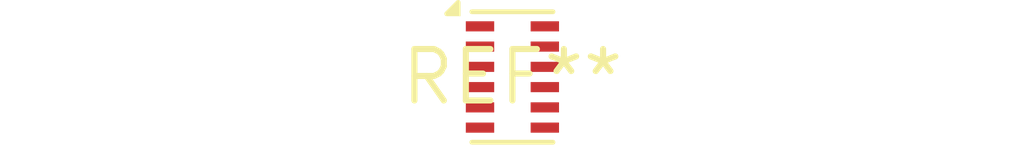
<source format=kicad_pcb>
(kicad_pcb (version 20240108) (generator pcbnew)
  (layers (0 "F.Cu" signal) (31 "B.Cu" signal) (34 "B.Paste" user) (35 "F.Paste" user) (36 "B.SilkS" user "B.Silkscreen") (37 "F.SilkS" user "F.Silkscreen") (38 "B.Mask" user) (39 "F.Mask" user) (44 "Edge.Cuts" user))
  (net 0 "")
  (footprint "TDFN-12_2x3mm_P0.5mm" (layer "F.Cu") (at 0 0)
    (property "Reference" "REF**")
    (property "Value" "TDFN-12_2x3mm_P0.5mm")
    (fp_line (start 1 -1.61) (end -1 -1.61) (layer "F.SilkS") (stroke (width 0.12)))
    (fp_line (start 1 1.61) (end -1 1.61) (layer "F.SilkS") (stroke (width 0.12)))
    (fp_poly (pts (xy -1.34 -1.56) (xy -1.62 -1.56) (xy -1.34 -1.84) (xy -1.34 -1.56)) (layer "F.SilkS") (stroke (width 0.12)) (fill solid))
    (pad "1" smd rect (at -0.8 -1.25) (size 0.7 0.25) (layers "F.Cu" "F.Paste" "F.Mask"))
    (pad "2" smd rect (at -0.8 -0.75) (size 0.7 0.25) (layers "F.Cu" "F.Paste" "F.Mask"))
    (pad "3" smd rect (at -0.8 -0.25) (size 0.7 0.25) (layers "F.Cu" "F.Paste" "F.Mask"))
    (pad "4" smd rect (at -0.8 0.25) (size 0.7 0.25) (layers "F.Cu" "F.Paste" "F.Mask"))
    (pad "5" smd rect (at -0.8 0.75) (size 0.7 0.25) (layers "F.Cu" "F.Paste" "F.Mask"))
    (pad "6" smd rect (at -0.8 1.25) (size 0.7 0.25) (layers "F.Cu" "F.Paste" "F.Mask"))
    (pad "7" smd rect (at 0.8 1.25) (size 0.7 0.25) (layers "F.Cu" "F.Paste" "F.Mask"))
    (pad "8" smd rect (at 0.8 0.75) (size 0.7 0.25) (layers "F.Cu" "F.Paste" "F.Mask"))
    (pad "9" smd rect (at 0.8 0.25) (size 0.7 0.25) (layers "F.Cu" "F.Paste" "F.Mask"))
    (pad "10" smd rect (at 0.8 -0.25) (size 0.7 0.25) (layers "F.Cu" "F.Paste" "F.Mask"))
    (pad "11" smd rect (at 0.8 -0.75) (size 0.7 0.25) (layers "F.Cu" "F.Paste" "F.Mask"))
    (pad "12" smd rect (at 0.8 -1.25) (size 0.7 0.25) (layers "F.Cu" "F.Paste" "F.Mask"))
  )
)
</source>
